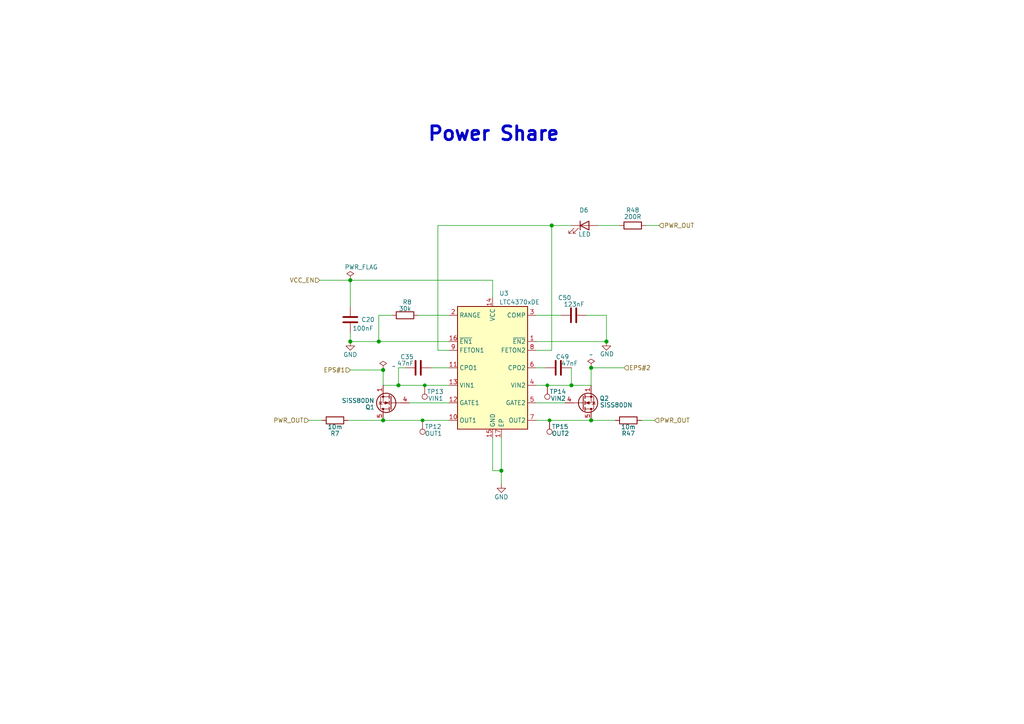
<source format=kicad_sch>
(kicad_sch (version 20211123) (generator eeschema)

  (uuid 2fea3fd4-eca3-456c-acc3-f7ff04372db3)

  (paper "A4")

  (lib_symbols
    (symbol "Connector:TestPoint" (pin_numbers hide) (pin_names (offset 0.762) hide) (in_bom yes) (on_board yes)
      (property "Reference" "TP" (id 0) (at 0 6.858 0)
        (effects (font (size 1.27 1.27)))
      )
      (property "Value" "TestPoint" (id 1) (at 0 5.08 0)
        (effects (font (size 1.27 1.27)))
      )
      (property "Footprint" "" (id 2) (at 5.08 0 0)
        (effects (font (size 1.27 1.27)) hide)
      )
      (property "Datasheet" "~" (id 3) (at 5.08 0 0)
        (effects (font (size 1.27 1.27)) hide)
      )
      (property "ki_keywords" "test point tp" (id 4) (at 0 0 0)
        (effects (font (size 1.27 1.27)) hide)
      )
      (property "ki_description" "test point" (id 5) (at 0 0 0)
        (effects (font (size 1.27 1.27)) hide)
      )
      (property "ki_fp_filters" "Pin* Test*" (id 6) (at 0 0 0)
        (effects (font (size 1.27 1.27)) hide)
      )
      (symbol "TestPoint_0_1"
        (circle (center 0 3.302) (radius 0.762)
          (stroke (width 0) (type default) (color 0 0 0 0))
          (fill (type none))
        )
      )
      (symbol "TestPoint_1_1"
        (pin passive line (at 0 0 90) (length 2.54)
          (name "1" (effects (font (size 1.27 1.27))))
          (number "1" (effects (font (size 1.27 1.27))))
        )
      )
    )
    (symbol "Device:C" (pin_numbers hide) (pin_names (offset 0.254)) (in_bom yes) (on_board yes)
      (property "Reference" "C" (id 0) (at 0.635 2.54 0)
        (effects (font (size 1.27 1.27)) (justify left))
      )
      (property "Value" "C" (id 1) (at 0.635 -2.54 0)
        (effects (font (size 1.27 1.27)) (justify left))
      )
      (property "Footprint" "" (id 2) (at 0.9652 -3.81 0)
        (effects (font (size 1.27 1.27)) hide)
      )
      (property "Datasheet" "~" (id 3) (at 0 0 0)
        (effects (font (size 1.27 1.27)) hide)
      )
      (property "ki_keywords" "cap capacitor" (id 4) (at 0 0 0)
        (effects (font (size 1.27 1.27)) hide)
      )
      (property "ki_description" "Unpolarized capacitor" (id 5) (at 0 0 0)
        (effects (font (size 1.27 1.27)) hide)
      )
      (property "ki_fp_filters" "C_*" (id 6) (at 0 0 0)
        (effects (font (size 1.27 1.27)) hide)
      )
      (symbol "C_0_1"
        (polyline
          (pts
            (xy -2.032 -0.762)
            (xy 2.032 -0.762)
          )
          (stroke (width 0.508) (type default) (color 0 0 0 0))
          (fill (type none))
        )
        (polyline
          (pts
            (xy -2.032 0.762)
            (xy 2.032 0.762)
          )
          (stroke (width 0.508) (type default) (color 0 0 0 0))
          (fill (type none))
        )
      )
      (symbol "C_1_1"
        (pin passive line (at 0 3.81 270) (length 2.794)
          (name "~" (effects (font (size 1.27 1.27))))
          (number "1" (effects (font (size 1.27 1.27))))
        )
        (pin passive line (at 0 -3.81 90) (length 2.794)
          (name "~" (effects (font (size 1.27 1.27))))
          (number "2" (effects (font (size 1.27 1.27))))
        )
      )
    )
    (symbol "Device:LED" (pin_numbers hide) (pin_names (offset 1.016) hide) (in_bom yes) (on_board yes)
      (property "Reference" "D" (id 0) (at 0 2.54 0)
        (effects (font (size 1.27 1.27)))
      )
      (property "Value" "LED" (id 1) (at 0 -2.54 0)
        (effects (font (size 1.27 1.27)))
      )
      (property "Footprint" "" (id 2) (at 0 0 0)
        (effects (font (size 1.27 1.27)) hide)
      )
      (property "Datasheet" "~" (id 3) (at 0 0 0)
        (effects (font (size 1.27 1.27)) hide)
      )
      (property "ki_keywords" "LED diode" (id 4) (at 0 0 0)
        (effects (font (size 1.27 1.27)) hide)
      )
      (property "ki_description" "Light emitting diode" (id 5) (at 0 0 0)
        (effects (font (size 1.27 1.27)) hide)
      )
      (property "ki_fp_filters" "LED* LED_SMD:* LED_THT:*" (id 6) (at 0 0 0)
        (effects (font (size 1.27 1.27)) hide)
      )
      (symbol "LED_0_1"
        (polyline
          (pts
            (xy -1.27 -1.27)
            (xy -1.27 1.27)
          )
          (stroke (width 0.254) (type default) (color 0 0 0 0))
          (fill (type none))
        )
        (polyline
          (pts
            (xy -1.27 0)
            (xy 1.27 0)
          )
          (stroke (width 0) (type default) (color 0 0 0 0))
          (fill (type none))
        )
        (polyline
          (pts
            (xy 1.27 -1.27)
            (xy 1.27 1.27)
            (xy -1.27 0)
            (xy 1.27 -1.27)
          )
          (stroke (width 0.254) (type default) (color 0 0 0 0))
          (fill (type none))
        )
        (polyline
          (pts
            (xy -3.048 -0.762)
            (xy -4.572 -2.286)
            (xy -3.81 -2.286)
            (xy -4.572 -2.286)
            (xy -4.572 -1.524)
          )
          (stroke (width 0) (type default) (color 0 0 0 0))
          (fill (type none))
        )
        (polyline
          (pts
            (xy -1.778 -0.762)
            (xy -3.302 -2.286)
            (xy -2.54 -2.286)
            (xy -3.302 -2.286)
            (xy -3.302 -1.524)
          )
          (stroke (width 0) (type default) (color 0 0 0 0))
          (fill (type none))
        )
      )
      (symbol "LED_1_1"
        (pin passive line (at -3.81 0 0) (length 2.54)
          (name "K" (effects (font (size 1.27 1.27))))
          (number "1" (effects (font (size 1.27 1.27))))
        )
        (pin passive line (at 3.81 0 180) (length 2.54)
          (name "A" (effects (font (size 1.27 1.27))))
          (number "2" (effects (font (size 1.27 1.27))))
        )
      )
    )
    (symbol "Device:R" (pin_numbers hide) (pin_names (offset 0)) (in_bom yes) (on_board yes)
      (property "Reference" "R" (id 0) (at 2.032 0 90)
        (effects (font (size 1.27 1.27)))
      )
      (property "Value" "R" (id 1) (at 0 0 90)
        (effects (font (size 1.27 1.27)))
      )
      (property "Footprint" "" (id 2) (at -1.778 0 90)
        (effects (font (size 1.27 1.27)) hide)
      )
      (property "Datasheet" "~" (id 3) (at 0 0 0)
        (effects (font (size 1.27 1.27)) hide)
      )
      (property "ki_keywords" "R res resistor" (id 4) (at 0 0 0)
        (effects (font (size 1.27 1.27)) hide)
      )
      (property "ki_description" "Resistor" (id 5) (at 0 0 0)
        (effects (font (size 1.27 1.27)) hide)
      )
      (property "ki_fp_filters" "R_*" (id 6) (at 0 0 0)
        (effects (font (size 1.27 1.27)) hide)
      )
      (symbol "R_0_1"
        (rectangle (start -1.016 -2.54) (end 1.016 2.54)
          (stroke (width 0.254) (type default) (color 0 0 0 0))
          (fill (type none))
        )
      )
      (symbol "R_1_1"
        (pin passive line (at 0 3.81 270) (length 1.27)
          (name "~" (effects (font (size 1.27 1.27))))
          (number "1" (effects (font (size 1.27 1.27))))
        )
        (pin passive line (at 0 -3.81 90) (length 1.27)
          (name "~" (effects (font (size 1.27 1.27))))
          (number "2" (effects (font (size 1.27 1.27))))
        )
      )
    )
    (symbol "Power_Management:LTC4370xDE" (in_bom yes) (on_board yes)
      (property "Reference" "U" (id 0) (at -8.89 19.05 0)
        (effects (font (size 1.27 1.27)))
      )
      (property "Value" "LTC4370xDE" (id 1) (at 7.62 19.05 0)
        (effects (font (size 1.27 1.27)))
      )
      (property "Footprint" "Package_DFN_QFN:DFN-16-1EP_3x4mm_P0.45mm_EP1.7x3.3mm" (id 2) (at 0 -22.86 0)
        (effects (font (size 1.27 1.27)) hide)
      )
      (property "Datasheet" "https://www.analog.com/media/en/technical-documentation/data-sheets/4370f.pdf" (id 3) (at 2.54 0 0)
        (effects (font (size 1.27 1.27)) hide)
      )
      (property "ki_keywords" "ideal-diode or-ing current sharing load balancing" (id 4) (at 0 0 0)
        (effects (font (size 1.27 1.27)) hide)
      )
      (property "ki_description" "OR Controller Current Sharing Controller N-Channel 2:1, DFN-16" (id 5) (at 0 0 0)
        (effects (font (size 1.27 1.27)) hide)
      )
      (property "ki_fp_filters" "DFN*1EP*3x4mm*P0.45mm*" (id 6) (at 0 0 0)
        (effects (font (size 1.27 1.27)) hide)
      )
      (symbol "LTC4370xDE_0_1"
        (rectangle (start -10.16 17.78) (end 10.16 -17.78)
          (stroke (width 0.254) (type default) (color 0 0 0 0))
          (fill (type background))
        )
      )
      (symbol "LTC4370xDE_1_1"
        (pin input line (at 12.7 7.62 180) (length 2.54)
          (name "~{EN2}" (effects (font (size 1.27 1.27))))
          (number "1" (effects (font (size 1.27 1.27))))
        )
        (pin input line (at -12.7 -15.24 0) (length 2.54)
          (name "OUT1" (effects (font (size 1.27 1.27))))
          (number "10" (effects (font (size 1.27 1.27))))
        )
        (pin passive line (at -12.7 0 0) (length 2.54)
          (name "CPO1" (effects (font (size 1.27 1.27))))
          (number "11" (effects (font (size 1.27 1.27))))
        )
        (pin output line (at -12.7 -10.16 0) (length 2.54)
          (name "GATE1" (effects (font (size 1.27 1.27))))
          (number "12" (effects (font (size 1.27 1.27))))
        )
        (pin power_in line (at -12.7 -5.08 0) (length 2.54)
          (name "VIN1" (effects (font (size 1.27 1.27))))
          (number "13" (effects (font (size 1.27 1.27))))
        )
        (pin power_in line (at 0 20.32 270) (length 2.54)
          (name "VCC" (effects (font (size 1.27 1.27))))
          (number "14" (effects (font (size 1.27 1.27))))
        )
        (pin power_in line (at 0 -20.32 90) (length 2.54)
          (name "GND" (effects (font (size 1.27 1.27))))
          (number "15" (effects (font (size 1.27 1.27))))
        )
        (pin input line (at -12.7 7.62 0) (length 2.54)
          (name "~{EN1}" (effects (font (size 1.27 1.27))))
          (number "16" (effects (font (size 1.27 1.27))))
        )
        (pin passive line (at 2.54 -20.32 90) (length 2.54)
          (name "EP" (effects (font (size 1.27 1.27))))
          (number "17" (effects (font (size 1.27 1.27))))
        )
        (pin passive line (at -12.7 15.24 0) (length 2.54)
          (name "RANGE" (effects (font (size 1.27 1.27))))
          (number "2" (effects (font (size 1.27 1.27))))
        )
        (pin passive line (at 12.7 15.24 180) (length 2.54)
          (name "COMP" (effects (font (size 1.27 1.27))))
          (number "3" (effects (font (size 1.27 1.27))))
        )
        (pin power_in line (at 12.7 -5.08 180) (length 2.54)
          (name "VIN2" (effects (font (size 1.27 1.27))))
          (number "4" (effects (font (size 1.27 1.27))))
        )
        (pin output line (at 12.7 -10.16 180) (length 2.54)
          (name "GATE2" (effects (font (size 1.27 1.27))))
          (number "5" (effects (font (size 1.27 1.27))))
        )
        (pin passive line (at 12.7 0 180) (length 2.54)
          (name "CPO2" (effects (font (size 1.27 1.27))))
          (number "6" (effects (font (size 1.27 1.27))))
        )
        (pin input line (at 12.7 -15.24 180) (length 2.54)
          (name "OUT2" (effects (font (size 1.27 1.27))))
          (number "7" (effects (font (size 1.27 1.27))))
        )
        (pin open_collector line (at 12.7 5.08 180) (length 2.54)
          (name "FETON2" (effects (font (size 1.27 1.27))))
          (number "8" (effects (font (size 1.27 1.27))))
        )
        (pin open_collector line (at -12.7 5.08 0) (length 2.54)
          (name "FETON1" (effects (font (size 1.27 1.27))))
          (number "9" (effects (font (size 1.27 1.27))))
        )
      )
    )
    (symbol "Transistor_FET:SiS454DN" (pin_names hide) (in_bom yes) (on_board yes)
      (property "Reference" "Q" (id 0) (at 5.08 1.905 0)
        (effects (font (size 1.27 1.27)) (justify left))
      )
      (property "Value" "SiS454DN" (id 1) (at 5.08 0 0)
        (effects (font (size 1.27 1.27)) (justify left))
      )
      (property "Footprint" "Package_SO:Vishay_PowerPAK_1212-8_Single" (id 2) (at 5.08 -1.905 0)
        (effects (font (size 1.27 1.27) italic) (justify left) hide)
      )
      (property "Datasheet" "https://www.vishay.com/docs/66707/sis454dn.pdf" (id 3) (at 0 0 0)
        (effects (font (size 1.27 1.27)) (justify left) hide)
      )
      (property "ki_keywords" "N-Channel MOSFET" (id 4) (at 0 0 0)
        (effects (font (size 1.27 1.27)) hide)
      )
      (property "ki_description" "35A Id, 20V Vds, N-Channel MOSFET, PowerPAK 1212-8 Single" (id 5) (at 0 0 0)
        (effects (font (size 1.27 1.27)) hide)
      )
      (property "ki_fp_filters" "Vishay*PowerPAK*1212*Single*" (id 6) (at 0 0 0)
        (effects (font (size 1.27 1.27)) hide)
      )
      (symbol "SiS454DN_0_1"
        (polyline
          (pts
            (xy 0.254 0)
            (xy -2.54 0)
          )
          (stroke (width 0) (type default) (color 0 0 0 0))
          (fill (type none))
        )
        (polyline
          (pts
            (xy 0.254 1.905)
            (xy 0.254 -1.905)
          )
          (stroke (width 0.254) (type default) (color 0 0 0 0))
          (fill (type none))
        )
        (polyline
          (pts
            (xy 0.762 -1.27)
            (xy 0.762 -2.286)
          )
          (stroke (width 0.254) (type default) (color 0 0 0 0))
          (fill (type none))
        )
        (polyline
          (pts
            (xy 0.762 0.508)
            (xy 0.762 -0.508)
          )
          (stroke (width 0.254) (type default) (color 0 0 0 0))
          (fill (type none))
        )
        (polyline
          (pts
            (xy 0.762 2.286)
            (xy 0.762 1.27)
          )
          (stroke (width 0.254) (type default) (color 0 0 0 0))
          (fill (type none))
        )
        (polyline
          (pts
            (xy 2.54 2.54)
            (xy 2.54 1.778)
          )
          (stroke (width 0) (type default) (color 0 0 0 0))
          (fill (type none))
        )
        (polyline
          (pts
            (xy 2.54 -2.54)
            (xy 2.54 0)
            (xy 0.762 0)
          )
          (stroke (width 0) (type default) (color 0 0 0 0))
          (fill (type none))
        )
        (polyline
          (pts
            (xy 0.762 -1.778)
            (xy 3.302 -1.778)
            (xy 3.302 1.778)
            (xy 0.762 1.778)
          )
          (stroke (width 0) (type default) (color 0 0 0 0))
          (fill (type none))
        )
        (polyline
          (pts
            (xy 1.016 0)
            (xy 2.032 0.381)
            (xy 2.032 -0.381)
            (xy 1.016 0)
          )
          (stroke (width 0) (type default) (color 0 0 0 0))
          (fill (type outline))
        )
        (polyline
          (pts
            (xy 2.794 0.508)
            (xy 2.921 0.381)
            (xy 3.683 0.381)
            (xy 3.81 0.254)
          )
          (stroke (width 0) (type default) (color 0 0 0 0))
          (fill (type none))
        )
        (polyline
          (pts
            (xy 3.302 0.381)
            (xy 2.921 -0.254)
            (xy 3.683 -0.254)
            (xy 3.302 0.381)
          )
          (stroke (width 0) (type default) (color 0 0 0 0))
          (fill (type none))
        )
        (circle (center 1.651 0) (radius 2.794)
          (stroke (width 0.254) (type default) (color 0 0 0 0))
          (fill (type none))
        )
        (circle (center 2.54 -1.778) (radius 0.254)
          (stroke (width 0) (type default) (color 0 0 0 0))
          (fill (type outline))
        )
        (circle (center 2.54 1.778) (radius 0.254)
          (stroke (width 0) (type default) (color 0 0 0 0))
          (fill (type outline))
        )
      )
      (symbol "SiS454DN_1_1"
        (pin passive line (at 2.54 -5.08 90) (length 2.54)
          (name "S" (effects (font (size 1.27 1.27))))
          (number "1" (effects (font (size 1.27 1.27))))
        )
        (pin passive line (at 2.54 -5.08 90) (length 2.54) hide
          (name "S" (effects (font (size 1.27 1.27))))
          (number "2" (effects (font (size 1.27 1.27))))
        )
        (pin passive line (at 2.54 -5.08 90) (length 2.54) hide
          (name "S" (effects (font (size 1.27 1.27))))
          (number "3" (effects (font (size 1.27 1.27))))
        )
        (pin input line (at -5.08 0 0) (length 2.54)
          (name "G" (effects (font (size 1.27 1.27))))
          (number "4" (effects (font (size 1.27 1.27))))
        )
        (pin passive line (at 2.54 5.08 270) (length 2.54)
          (name "D" (effects (font (size 1.27 1.27))))
          (number "5" (effects (font (size 1.27 1.27))))
        )
      )
    )
    (symbol "power:GND" (power) (pin_names (offset 0)) (in_bom yes) (on_board yes)
      (property "Reference" "#PWR" (id 0) (at 0 -6.35 0)
        (effects (font (size 1.27 1.27)) hide)
      )
      (property "Value" "GND" (id 1) (at 0 -3.81 0)
        (effects (font (size 1.27 1.27)))
      )
      (property "Footprint" "" (id 2) (at 0 0 0)
        (effects (font (size 1.27 1.27)) hide)
      )
      (property "Datasheet" "" (id 3) (at 0 0 0)
        (effects (font (size 1.27 1.27)) hide)
      )
      (property "ki_keywords" "power-flag" (id 4) (at 0 0 0)
        (effects (font (size 1.27 1.27)) hide)
      )
      (property "ki_description" "Power symbol creates a global label with name \"GND\" , ground" (id 5) (at 0 0 0)
        (effects (font (size 1.27 1.27)) hide)
      )
      (symbol "GND_0_1"
        (polyline
          (pts
            (xy 0 0)
            (xy 0 -1.27)
            (xy 1.27 -1.27)
            (xy 0 -2.54)
            (xy -1.27 -1.27)
            (xy 0 -1.27)
          )
          (stroke (width 0) (type default) (color 0 0 0 0))
          (fill (type none))
        )
      )
      (symbol "GND_1_1"
        (pin power_in line (at 0 0 270) (length 0) hide
          (name "GND" (effects (font (size 1.27 1.27))))
          (number "1" (effects (font (size 1.27 1.27))))
        )
      )
    )
    (symbol "power:PWR_FLAG" (power) (pin_numbers hide) (pin_names (offset 0) hide) (in_bom yes) (on_board yes)
      (property "Reference" "#FLG" (id 0) (at 0 1.905 0)
        (effects (font (size 1.27 1.27)) hide)
      )
      (property "Value" "PWR_FLAG" (id 1) (at 0 3.81 0)
        (effects (font (size 1.27 1.27)))
      )
      (property "Footprint" "" (id 2) (at 0 0 0)
        (effects (font (size 1.27 1.27)) hide)
      )
      (property "Datasheet" "~" (id 3) (at 0 0 0)
        (effects (font (size 1.27 1.27)) hide)
      )
      (property "ki_keywords" "power-flag" (id 4) (at 0 0 0)
        (effects (font (size 1.27 1.27)) hide)
      )
      (property "ki_description" "Special symbol for telling ERC where power comes from" (id 5) (at 0 0 0)
        (effects (font (size 1.27 1.27)) hide)
      )
      (symbol "PWR_FLAG_0_0"
        (pin power_out line (at 0 0 90) (length 0)
          (name "pwr" (effects (font (size 1.27 1.27))))
          (number "1" (effects (font (size 1.27 1.27))))
        )
      )
      (symbol "PWR_FLAG_0_1"
        (polyline
          (pts
            (xy 0 0)
            (xy 0 1.27)
            (xy -1.016 1.905)
            (xy 0 2.54)
            (xy 1.016 1.905)
            (xy 0 1.27)
          )
          (stroke (width 0) (type default) (color 0 0 0 0))
          (fill (type none))
        )
      )
    )
  )

  (junction (at 159.385 121.92) (diameter 0) (color 0 0 0 0)
    (uuid 08278bf4-f6e9-44ff-9adf-6e32e38a8a34)
  )
  (junction (at 101.6 99.06) (diameter 1.016) (color 0 0 0 0)
    (uuid 17ae423f-6f17-4fd2-aea5-d3d8c77fc776)
  )
  (junction (at 111.125 121.92) (diameter 1.016) (color 0 0 0 0)
    (uuid 1865e3cc-eab3-47af-9960-88cfba1e9259)
  )
  (junction (at 115.57 111.76) (diameter 1.016) (color 0 0 0 0)
    (uuid 557bb52d-e17c-47df-b43b-bdb1b2282920)
  )
  (junction (at 111.125 107.315) (diameter 1.016) (color 0 0 0 0)
    (uuid 7b5f62e2-70ca-4758-b159-c85e71374ff8)
  )
  (junction (at 109.855 99.06) (diameter 1.016) (color 0 0 0 0)
    (uuid 7e9e8112-44fc-4216-ac01-88d07c366d80)
  )
  (junction (at 158.75 111.76) (diameter 0) (color 0 0 0 0)
    (uuid b226a041-a7ec-42f9-8871-339a0bba8fd1)
  )
  (junction (at 123.19 111.76) (diameter 0) (color 0 0 0 0)
    (uuid bf81f6e2-ffb3-4e72-80b1-c468caaf1da9)
  )
  (junction (at 171.45 106.68) (diameter 1.016) (color 0 0 0 0)
    (uuid c1138cb6-aa60-4fae-9b51-8c58b8d505bb)
  )
  (junction (at 122.555 121.92) (diameter 0) (color 0 0 0 0)
    (uuid c7efea67-c5c9-4d4c-a7dc-1bcddab8c606)
  )
  (junction (at 101.6 81.28) (diameter 1.016) (color 0 0 0 0)
    (uuid cba8ab97-0377-43bd-bef7-6314ce99d4ae)
  )
  (junction (at 145.415 136.525) (diameter 1.016) (color 0 0 0 0)
    (uuid ce052e62-9895-4eaf-b763-02bb1f2f2fc0)
  )
  (junction (at 175.895 99.06) (diameter 1.016) (color 0 0 0 0)
    (uuid d4cd87e2-b977-4912-8c02-b958c3339182)
  )
  (junction (at 165.735 111.76) (diameter 1.016) (color 0 0 0 0)
    (uuid e2cf0e60-d46d-43a0-8c43-11f95b75bd32)
  )
  (junction (at 160.02 65.405) (diameter 1.016) (color 0 0 0 0)
    (uuid eacb8113-e0ce-4580-bfb3-1a131027d34b)
  )
  (junction (at 171.45 121.92) (diameter 1.016) (color 0 0 0 0)
    (uuid f3ba663e-8563-4c48-a8cc-72c18d8d96e8)
  )

  (wire (pts (xy 122.555 121.92) (xy 130.175 121.92))
    (stroke (width 0) (type solid) (color 0 0 0 0))
    (uuid 11acf68e-b267-4635-86b8-6f03c2c91aff)
  )
  (wire (pts (xy 101.6 96.52) (xy 101.6 99.06))
    (stroke (width 0) (type solid) (color 0 0 0 0))
    (uuid 15300c78-cac1-4acf-a248-1aea9c2f046d)
  )
  (wire (pts (xy 159.385 121.92) (xy 171.45 121.92))
    (stroke (width 0) (type solid) (color 0 0 0 0))
    (uuid 2a66cc3a-c090-4ce0-a61f-f7e30ae6a985)
  )
  (wire (pts (xy 155.575 106.68) (xy 158.115 106.68))
    (stroke (width 0) (type solid) (color 0 0 0 0))
    (uuid 321c3fc1-b22a-4f81-8032-1403298881b3)
  )
  (wire (pts (xy 165.735 106.68) (xy 165.735 111.76))
    (stroke (width 0) (type solid) (color 0 0 0 0))
    (uuid 358ae2b4-d39f-4313-8e8c-470a49c25681)
  )
  (wire (pts (xy 145.415 127) (xy 145.415 136.525))
    (stroke (width 0) (type solid) (color 0 0 0 0))
    (uuid 3a1f31d4-33bc-4227-ab03-87b9ec2cbe94)
  )
  (wire (pts (xy 145.415 136.525) (xy 145.415 140.335))
    (stroke (width 0) (type solid) (color 0 0 0 0))
    (uuid 3a1f31d4-33bc-4227-ab03-87b9ec2cbe95)
  )
  (wire (pts (xy 142.875 127) (xy 142.875 136.525))
    (stroke (width 0) (type solid) (color 0 0 0 0))
    (uuid 3b4a9caa-dc7b-4e2e-b2b0-90e7a81fe3fb)
  )
  (wire (pts (xy 115.57 106.68) (xy 115.57 111.76))
    (stroke (width 0) (type solid) (color 0 0 0 0))
    (uuid 43a23b2b-f932-4397-9c49-6a5c30c97413)
  )
  (wire (pts (xy 123.19 111.76) (xy 130.175 111.76))
    (stroke (width 0) (type solid) (color 0 0 0 0))
    (uuid 4d271c30-63f0-4082-8f97-4aaca832b92e)
  )
  (wire (pts (xy 127 101.6) (xy 127 65.405))
    (stroke (width 0) (type solid) (color 0 0 0 0))
    (uuid 5a5180e7-058f-4bb5-b0b4-ba1588e8a909)
  )
  (wire (pts (xy 130.175 101.6) (xy 127 101.6))
    (stroke (width 0) (type solid) (color 0 0 0 0))
    (uuid 5a5180e7-058f-4bb5-b0b4-ba1588e8a90a)
  )
  (wire (pts (xy 100.965 121.92) (xy 111.125 121.92))
    (stroke (width 0) (type solid) (color 0 0 0 0))
    (uuid 5c6c1697-d2e0-4a82-99b3-7a618c8827c3)
  )
  (wire (pts (xy 111.125 121.92) (xy 122.555 121.92))
    (stroke (width 0) (type solid) (color 0 0 0 0))
    (uuid 5c6c1697-d2e0-4a82-99b3-7a618c8827c4)
  )
  (wire (pts (xy 155.575 91.44) (xy 162.56 91.44))
    (stroke (width 0) (type solid) (color 0 0 0 0))
    (uuid 5daf77da-b4e9-4deb-a921-8bcf8f87a599)
  )
  (wire (pts (xy 173.355 65.405) (xy 179.705 65.405))
    (stroke (width 0) (type solid) (color 0 0 0 0))
    (uuid 5f7b8b2a-566c-49be-a5f6-0f2ec6835f49)
  )
  (wire (pts (xy 125.095 106.68) (xy 130.175 106.68))
    (stroke (width 0) (type solid) (color 0 0 0 0))
    (uuid 6e5cbb8d-b7f7-4819-b76c-658f0b1d3cfd)
  )
  (wire (pts (xy 101.6 81.28) (xy 142.875 81.28))
    (stroke (width 0) (type solid) (color 0 0 0 0))
    (uuid 82d80e64-058a-4fbe-bd4a-161d76b6630c)
  )
  (wire (pts (xy 101.6 88.9) (xy 101.6 81.28))
    (stroke (width 0) (type solid) (color 0 0 0 0))
    (uuid 82d80e64-058a-4fbe-bd4a-161d76b6630d)
  )
  (wire (pts (xy 186.055 121.92) (xy 189.865 121.92))
    (stroke (width 0) (type solid) (color 0 0 0 0))
    (uuid 8ef31014-c534-4826-8fee-a20c34bc77de)
  )
  (wire (pts (xy 165.735 65.405) (xy 160.02 65.405))
    (stroke (width 0) (type solid) (color 0 0 0 0))
    (uuid 9353fa21-7e96-4086-b175-fb2a1e911709)
  )
  (wire (pts (xy 121.285 91.44) (xy 130.175 91.44))
    (stroke (width 0) (type solid) (color 0 0 0 0))
    (uuid 93863061-216d-41c3-9afc-e391c40acd06)
  )
  (wire (pts (xy 180.975 106.68) (xy 171.45 106.68))
    (stroke (width 0) (type solid) (color 0 0 0 0))
    (uuid 99755dbb-9003-4bba-893a-d14708584fcf)
  )
  (wire (pts (xy 101.6 99.06) (xy 109.855 99.06))
    (stroke (width 0) (type solid) (color 0 0 0 0))
    (uuid 9979c2aa-e757-491a-8c78-340bc08424f0)
  )
  (wire (pts (xy 142.875 136.525) (xy 145.415 136.525))
    (stroke (width 0) (type solid) (color 0 0 0 0))
    (uuid 9d76852f-8a6b-42ef-a9dc-e7e4f3b042cb)
  )
  (wire (pts (xy 109.855 91.44) (xy 109.855 99.06))
    (stroke (width 0) (type solid) (color 0 0 0 0))
    (uuid a37118e8-d843-457a-a79f-f277e827b176)
  )
  (wire (pts (xy 109.855 99.06) (xy 130.175 99.06))
    (stroke (width 0) (type solid) (color 0 0 0 0))
    (uuid a37118e8-d843-457a-a79f-f277e827b177)
  )
  (wire (pts (xy 113.665 91.44) (xy 109.855 91.44))
    (stroke (width 0) (type solid) (color 0 0 0 0))
    (uuid a37118e8-d843-457a-a79f-f277e827b178)
  )
  (wire (pts (xy 187.325 65.405) (xy 191.135 65.405))
    (stroke (width 0) (type solid) (color 0 0 0 0))
    (uuid ab05231b-ad2a-4d83-a20f-22d728d44de6)
  )
  (wire (pts (xy 111.125 107.315) (xy 111.125 111.76))
    (stroke (width 0) (type solid) (color 0 0 0 0))
    (uuid acf55831-8b38-46a4-8c4a-0d417568a7d8)
  )
  (wire (pts (xy 142.875 86.36) (xy 142.875 81.28))
    (stroke (width 0) (type solid) (color 0 0 0 0))
    (uuid b14f2a9a-d3bb-4e86-b583-08285da827ee)
  )
  (wire (pts (xy 155.575 99.06) (xy 175.895 99.06))
    (stroke (width 0) (type solid) (color 0 0 0 0))
    (uuid b292fb52-6cf0-46cc-9b93-016425ff7080)
  )
  (wire (pts (xy 117.475 106.68) (xy 115.57 106.68))
    (stroke (width 0) (type solid) (color 0 0 0 0))
    (uuid b2ca5036-395e-44a5-ad45-e3edad20198a)
  )
  (wire (pts (xy 118.745 116.84) (xy 130.175 116.84))
    (stroke (width 0) (type solid) (color 0 0 0 0))
    (uuid bd949ea8-5a40-473d-be33-cfbdfe83f36f)
  )
  (wire (pts (xy 170.18 91.44) (xy 175.895 91.44))
    (stroke (width 0) (type solid) (color 0 0 0 0))
    (uuid c3eae586-c7fc-4357-acc6-9fa53de3fa71)
  )
  (wire (pts (xy 175.895 91.44) (xy 175.895 99.06))
    (stroke (width 0) (type solid) (color 0 0 0 0))
    (uuid c3eae586-c7fc-4357-acc6-9fa53de3fa72)
  )
  (wire (pts (xy 101.6 107.315) (xy 111.125 107.315))
    (stroke (width 0) (type solid) (color 0 0 0 0))
    (uuid c50d297c-c1bd-405c-8309-919ea05d2f65)
  )
  (wire (pts (xy 93.345 121.92) (xy 89.535 121.92))
    (stroke (width 0) (type solid) (color 0 0 0 0))
    (uuid c54615ad-d7cf-4160-92f4-49ea5a14b8f6)
  )
  (wire (pts (xy 111.125 111.76) (xy 115.57 111.76))
    (stroke (width 0) (type solid) (color 0 0 0 0))
    (uuid d7ab8398-447c-43b1-b3bc-83ace0a24285)
  )
  (wire (pts (xy 115.57 111.76) (xy 123.19 111.76))
    (stroke (width 0) (type solid) (color 0 0 0 0))
    (uuid d7ab8398-447c-43b1-b3bc-83ace0a24286)
  )
  (wire (pts (xy 155.575 101.6) (xy 160.02 101.6))
    (stroke (width 0) (type solid) (color 0 0 0 0))
    (uuid db0662e3-a04a-464a-8087-6a6fd89d6467)
  )
  (wire (pts (xy 160.02 65.405) (xy 127 65.405))
    (stroke (width 0) (type solid) (color 0 0 0 0))
    (uuid db0662e3-a04a-464a-8087-6a6fd89d6468)
  )
  (wire (pts (xy 160.02 101.6) (xy 160.02 65.405))
    (stroke (width 0) (type solid) (color 0 0 0 0))
    (uuid db0662e3-a04a-464a-8087-6a6fd89d6469)
  )
  (wire (pts (xy 155.575 111.76) (xy 158.75 111.76))
    (stroke (width 0) (type solid) (color 0 0 0 0))
    (uuid e002972f-c1db-4644-85c4-55672037a657)
  )
  (wire (pts (xy 165.735 111.76) (xy 171.45 111.76))
    (stroke (width 0) (type solid) (color 0 0 0 0))
    (uuid e002972f-c1db-4644-85c4-55672037a658)
  )
  (wire (pts (xy 92.71 81.28) (xy 101.6 81.28))
    (stroke (width 0) (type solid) (color 0 0 0 0))
    (uuid e34d454f-c60d-42a3-a151-2103ea267148)
  )
  (wire (pts (xy 171.45 106.68) (xy 171.45 111.76))
    (stroke (width 0) (type solid) (color 0 0 0 0))
    (uuid ebc26132-88d1-40c0-abf8-0cd245ef422b)
  )
  (wire (pts (xy 155.575 116.84) (xy 163.83 116.84))
    (stroke (width 0) (type solid) (color 0 0 0 0))
    (uuid ed4495a5-66e2-48b5-9929-b91130bf244e)
  )
  (wire (pts (xy 155.575 121.92) (xy 159.385 121.92))
    (stroke (width 0) (type solid) (color 0 0 0 0))
    (uuid fa55f18e-7f67-4861-bd6e-e6bb153ea2cb)
  )
  (wire (pts (xy 171.45 121.92) (xy 178.435 121.92))
    (stroke (width 0) (type solid) (color 0 0 0 0))
    (uuid fa55f18e-7f67-4861-bd6e-e6bb153ea2cc)
  )
  (wire (pts (xy 158.75 111.76) (xy 165.735 111.76))
    (stroke (width 0) (type solid) (color 0 0 0 0))
    (uuid fcb4d5e4-47ec-4be4-9a81-c261c8e6d062)
  )

  (text "Power Share" (at 123.825 41.275 0)
    (effects (font (size 4 4) (thickness 0.8) bold) (justify left bottom))
    (uuid f12f9177-daaa-4d26-9876-f2af60b27492)
  )

  (hierarchical_label "VCC_EN" (shape input) (at 92.71 81.28 180)
    (effects (font (size 1.27 1.27)) (justify right))
    (uuid 01531d62-ea5b-4514-b251-4e14eb2294a5)
  )
  (hierarchical_label "PWR_OUT" (shape input) (at 89.535 121.92 180)
    (effects (font (size 1.27 1.27)) (justify right))
    (uuid 32f2ea97-3b5d-4b13-b59c-d470bb5f701e)
  )
  (hierarchical_label "PWR_OUT" (shape input) (at 189.865 121.92 0)
    (effects (font (size 1.27 1.27)) (justify left))
    (uuid 42b803df-e3e3-47f1-abf1-d1243ccbb9e2)
  )
  (hierarchical_label "PWR_OUT" (shape input) (at 191.135 65.405 0)
    (effects (font (size 1.27 1.27)) (justify left))
    (uuid b609a8d0-0802-4762-9183-f4da6101cc9b)
  )
  (hierarchical_label "EPS#2" (shape input) (at 180.975 106.68 0)
    (effects (font (size 1.27 1.27)) (justify left))
    (uuid c46bc12c-424d-421c-b02f-6d8c1cbb65c2)
  )
  (hierarchical_label "EPS#1" (shape input) (at 101.6 107.315 180)
    (effects (font (size 1.27 1.27)) (justify right))
    (uuid d92476d0-9759-4944-99bd-7c11a2528abb)
  )

  (symbol (lib_id "Transistor_FET:SiS454DN") (at 113.665 116.84 180)
    (in_bom yes) (on_board yes)
    (uuid 1231c43f-14ca-47cc-9675-e5654a66914e)
    (property "Reference" "Q1" (id 0) (at 107.315 118.11 0))
    (property "Value" "SiSS80DN" (id 1) (at 108.585 116.205 0)
      (effects (font (size 1.27 1.27)) (justify left))
    )
    (property "Footprint" "Package_SO:Vishay_PowerPAK_1212-8_Single" (id 2) (at 108.585 114.935 0)
      (effects (font (size 1.27 1.27) italic) (justify left) hide)
    )
    (property "Datasheet" "https://www.vishay.com/docs/66707/sis454dn.pdf" (id 3) (at 113.665 116.84 0)
      (effects (font (size 1.27 1.27)) (justify left) hide)
    )
    (pin "1" (uuid 44bc5832-053e-418c-881c-29fee48e7b81))
    (pin "2" (uuid b9eb8bdd-2d5e-43b5-a1d2-7234d0e22a48))
    (pin "3" (uuid a143eee7-36e4-4513-899e-68801f936d74))
    (pin "4" (uuid bbd01e7b-2b1f-405e-863c-19a7db076e73))
    (pin "5" (uuid 435bbab1-1502-405d-a6dd-79d0841cd662))
  )

  (symbol (lib_id "Transistor_FET:SiS454DN") (at 168.91 116.84 0) (mirror x)
    (in_bom yes) (on_board yes)
    (uuid 17ddf7e8-eb96-4a18-9066-e11ac3a15cf4)
    (property "Reference" "Q2" (id 0) (at 175.26 115.57 0))
    (property "Value" "SiSS80DN" (id 1) (at 173.99 117.475 0)
      (effects (font (size 1.27 1.27)) (justify left))
    )
    (property "Footprint" "Package_SO:Vishay_PowerPAK_1212-8_Single" (id 2) (at 173.99 114.935 0)
      (effects (font (size 1.27 1.27) italic) (justify left) hide)
    )
    (property "Datasheet" "https://www.vishay.com/docs/66707/sis454dn.pdf" (id 3) (at 168.91 116.84 0)
      (effects (font (size 1.27 1.27)) (justify left) hide)
    )
    (pin "1" (uuid 8b2905cd-6fb7-4442-8990-2741199458cd))
    (pin "2" (uuid b5569d73-0f9c-4a4a-8516-d05cc00134d6))
    (pin "3" (uuid 05c9a1d7-5317-495d-8a84-66f86a0501b0))
    (pin "4" (uuid 4fb88fa6-a5b9-4ef9-9e4a-079336b252de))
    (pin "5" (uuid b2606725-5817-4b4f-bbb6-aef61bc922d2))
  )

  (symbol (lib_id "Device:R") (at 117.475 91.44 90)
    (in_bom yes) (on_board yes)
    (uuid 192c29fe-4174-40bd-a33c-5a56fe839628)
    (property "Reference" "R8" (id 0) (at 118.11 87.63 90))
    (property "Value" "30k" (id 1) (at 117.475 89.535 90))
    (property "Footprint" "Resistor_SMD:R_0603_1608Metric" (id 2) (at 117.475 93.218 90)
      (effects (font (size 1.27 1.27)) hide)
    )
    (property "Datasheet" "~" (id 3) (at 117.475 91.44 0)
      (effects (font (size 1.27 1.27)) hide)
    )
    (pin "1" (uuid 8725755b-f694-4a2f-887b-6a2d2309295f))
    (pin "2" (uuid 2982ebac-034f-4118-a272-f8166ed73bfc))
  )

  (symbol (lib_id "Device:C") (at 166.37 91.44 90)
    (in_bom yes) (on_board yes)
    (uuid 1a676e0a-4012-4c1c-9ef1-562c2faae053)
    (property "Reference" "C50" (id 0) (at 165.7349 86.36 90)
      (effects (font (size 1.27 1.27)) (justify left))
    )
    (property "Value" "123nF" (id 1) (at 169.545 88.265 90)
      (effects (font (size 1.27 1.27)) (justify left))
    )
    (property "Footprint" "Capacitor_SMD:C_0603_1608Metric" (id 2) (at 170.18 90.4748 0)
      (effects (font (size 1.27 1.27)) hide)
    )
    (property "Datasheet" "~" (id 3) (at 166.37 91.44 0)
      (effects (font (size 1.27 1.27)) hide)
    )
    (pin "1" (uuid 569428b6-6b89-453c-a7e3-00a314ffeb05))
    (pin "2" (uuid c01e21ae-a884-45e9-b1c4-c6b9c91c8ef1))
  )

  (symbol (lib_id "Connector:TestPoint") (at 159.385 121.92 180)
    (in_bom yes) (on_board yes)
    (uuid 304f25fe-e38d-4377-b8f1-26289354f05c)
    (property "Reference" "TP15" (id 0) (at 160.02 123.7614 0)
      (effects (font (size 1.27 1.27)) (justify right))
    )
    (property "Value" "OUT2" (id 1) (at 162.56 125.73 0))
    (property "Footprint" "TCY_Connector:TestPoint_Pad_D0.5mm" (id 2) (at 154.305 121.92 0)
      (effects (font (size 1.27 1.27)) hide)
    )
    (property "Datasheet" "~" (id 3) (at 154.305 121.92 0)
      (effects (font (size 1.27 1.27)) hide)
    )
    (pin "1" (uuid 358414db-7f31-4504-a43d-29c53be1cc33))
  )

  (symbol (lib_id "Device:C") (at 101.6 92.71 0)
    (in_bom yes) (on_board yes)
    (uuid 3ae5819c-1841-4d9f-b404-6f1058ae3a5f)
    (property "Reference" "C20" (id 0) (at 104.775 92.7099 0)
      (effects (font (size 1.27 1.27)) (justify left))
    )
    (property "Value" "100nF" (id 1) (at 102.235 95.25 0)
      (effects (font (size 1.27 1.27)) (justify left))
    )
    (property "Footprint" "Capacitor_SMD:C_0603_1608Metric" (id 2) (at 102.5652 96.52 0)
      (effects (font (size 1.27 1.27)) hide)
    )
    (property "Datasheet" "~" (id 3) (at 101.6 92.71 0)
      (effects (font (size 1.27 1.27)) hide)
    )
    (pin "1" (uuid e9c5edea-5a0a-4745-9e80-06955b088c82))
    (pin "2" (uuid db4e97fb-f3bf-47e9-8d69-566d33c4b080))
  )

  (symbol (lib_id "Device:R") (at 183.515 65.405 90)
    (in_bom yes) (on_board yes)
    (uuid 441d5e74-e8de-413e-8e56-906f5a5e6c53)
    (property "Reference" "R48" (id 0) (at 183.515 60.96 90))
    (property "Value" "200R" (id 1) (at 183.515 62.865 90))
    (property "Footprint" "Inductor_SMD:L_0603_1608Metric" (id 2) (at 183.515 67.183 90)
      (effects (font (size 1.27 1.27)) hide)
    )
    (property "Datasheet" "~" (id 3) (at 183.515 65.405 0)
      (effects (font (size 1.27 1.27)) hide)
    )
    (pin "1" (uuid 44acb54c-aef3-4955-9bfb-226f108adaca))
    (pin "2" (uuid 290d39a1-878e-4b3a-b8a2-66f72bdaf90c))
  )

  (symbol (lib_id "Connector:TestPoint") (at 122.555 121.92 180)
    (in_bom yes) (on_board yes)
    (uuid 4be1be59-191f-4e68-88ec-9dc9ef6dd51c)
    (property "Reference" "TP12" (id 0) (at 123.19 123.7614 0)
      (effects (font (size 1.27 1.27)) (justify right))
    )
    (property "Value" "OUT1" (id 1) (at 125.73 125.73 0))
    (property "Footprint" "TCY_Connector:TestPoint_Pad_D0.5mm" (id 2) (at 117.475 121.92 0)
      (effects (font (size 1.27 1.27)) hide)
    )
    (property "Datasheet" "~" (id 3) (at 117.475 121.92 0)
      (effects (font (size 1.27 1.27)) hide)
    )
    (pin "1" (uuid f14bb4ef-adf9-49ab-b66a-2279de964e58))
  )

  (symbol (lib_id "power:GND") (at 101.6 99.06 0)
    (in_bom yes) (on_board yes) (fields_autoplaced)
    (uuid 53e26ade-bd9c-4446-97fa-2670d06dcf2a)
    (property "Reference" "#PWR0196" (id 0) (at 101.6 105.41 0)
      (effects (font (size 1.27 1.27)) hide)
    )
    (property "Value" "GND" (id 1) (at 101.6 102.87 0))
    (property "Footprint" "" (id 2) (at 101.6 99.06 0)
      (effects (font (size 1.27 1.27)) hide)
    )
    (property "Datasheet" "" (id 3) (at 101.6 99.06 0)
      (effects (font (size 1.27 1.27)) hide)
    )
    (pin "1" (uuid 301e46f8-986b-4ee7-a186-8a726ddb27d6))
  )

  (symbol (lib_id "power:PWR_FLAG") (at 101.6 81.28 0)
    (in_bom yes) (on_board yes)
    (uuid 71b2073a-7077-427a-8045-1bf51c525599)
    (property "Reference" "#FLG0111" (id 0) (at 101.6 79.375 0)
      (effects (font (size 1.27 1.27)) hide)
    )
    (property "Value" "PWR_FLAG" (id 1) (at 104.775 77.47 0))
    (property "Footprint" "" (id 2) (at 101.6 81.28 0)
      (effects (font (size 1.27 1.27)) hide)
    )
    (property "Datasheet" "~" (id 3) (at 101.6 81.28 0)
      (effects (font (size 1.27 1.27)) hide)
    )
    (pin "1" (uuid 4a86ef53-4bf3-4943-b88b-4adc3c065b6a))
  )

  (symbol (lib_id "Device:R") (at 97.155 121.92 90)
    (in_bom yes) (on_board yes)
    (uuid 7668c40f-9ef7-464e-ae85-6d281af3ee93)
    (property "Reference" "R7" (id 0) (at 97.155 125.73 90))
    (property "Value" "10m" (id 1) (at 97.155 123.825 90))
    (property "Footprint" "Resistor_SMD:R_0603_1608Metric" (id 2) (at 97.155 123.698 90)
      (effects (font (size 1.27 1.27)) hide)
    )
    (property "Datasheet" "~" (id 3) (at 97.155 121.92 0)
      (effects (font (size 1.27 1.27)) hide)
    )
    (pin "1" (uuid fa5be791-d545-47c7-a098-6d6be824a2d2))
    (pin "2" (uuid e2e30088-4507-4117-b87a-0702e7155cbd))
  )

  (symbol (lib_id "Device:C") (at 161.925 106.68 90)
    (in_bom yes) (on_board yes)
    (uuid 79928b8a-8bc5-48fe-8c09-b41a51726282)
    (property "Reference" "C49" (id 0) (at 165.0999 103.505 90)
      (effects (font (size 1.27 1.27)) (justify left))
    )
    (property "Value" "47nF" (id 1) (at 167.64 105.41 90)
      (effects (font (size 1.27 1.27)) (justify left))
    )
    (property "Footprint" "Capacitor_SMD:C_0603_1608Metric" (id 2) (at 165.735 105.7148 0)
      (effects (font (size 1.27 1.27)) hide)
    )
    (property "Datasheet" "~" (id 3) (at 161.925 106.68 0)
      (effects (font (size 1.27 1.27)) hide)
    )
    (pin "1" (uuid da5518c0-b9ae-4414-8e48-cfa4dc548d29))
    (pin "2" (uuid 59762512-e44e-43ba-9f24-0a9361736925))
  )

  (symbol (lib_id "power:GND") (at 175.895 99.06 0)
    (in_bom yes) (on_board yes)
    (uuid 92aa3ac5-461e-4a43-803d-9ee73ccf5438)
    (property "Reference" "#PWR0198" (id 0) (at 175.895 105.41 0)
      (effects (font (size 1.27 1.27)) hide)
    )
    (property "Value" "GND" (id 1) (at 173.99 102.6794 0)
      (effects (font (size 1.27 1.27)) (justify left))
    )
    (property "Footprint" "" (id 2) (at 175.895 99.06 0)
      (effects (font (size 1.27 1.27)) hide)
    )
    (property "Datasheet" "" (id 3) (at 175.895 99.06 0)
      (effects (font (size 1.27 1.27)) hide)
    )
    (pin "1" (uuid a5fc5832-38e9-4307-adff-d71be9d1e614))
  )

  (symbol (lib_id "power:PWR_FLAG") (at 111.125 107.315 0)
    (in_bom yes) (on_board yes) (fields_autoplaced)
    (uuid 9e489abf-02a5-4f2c-b016-3c37c8428006)
    (property "Reference" "#FLG0110" (id 0) (at 111.125 105.41 0)
      (effects (font (size 1.27 1.27)) hide)
    )
    (property "Value" "~" (id 1) (at 113.665 106.2354 0)
      (effects (font (size 1.27 1.27)) (justify left))
    )
    (property "Footprint" "" (id 2) (at 111.125 107.315 0)
      (effects (font (size 1.27 1.27)) hide)
    )
    (property "Datasheet" "~" (id 3) (at 111.125 107.315 0)
      (effects (font (size 1.27 1.27)) hide)
    )
    (pin "1" (uuid 3fd19c28-e650-4421-8314-c2a0e3c79d84))
  )

  (symbol (lib_id "Device:R") (at 182.245 121.92 270)
    (in_bom yes) (on_board yes)
    (uuid b52e8e8e-da58-4f75-bc39-6f4fede7a32c)
    (property "Reference" "R47" (id 0) (at 182.245 125.73 90))
    (property "Value" "10m" (id 1) (at 182.245 123.825 90))
    (property "Footprint" "Resistor_SMD:R_0603_1608Metric" (id 2) (at 182.245 120.142 90)
      (effects (font (size 1.27 1.27)) hide)
    )
    (property "Datasheet" "~" (id 3) (at 182.245 121.92 0)
      (effects (font (size 1.27 1.27)) hide)
    )
    (pin "1" (uuid 94592f66-6160-443d-adfd-cfd6a759a9da))
    (pin "2" (uuid 3e2a0515-2f06-450a-85a2-46642dd6bcf9))
  )

  (symbol (lib_id "power:PWR_FLAG") (at 171.45 106.68 0)
    (in_bom yes) (on_board yes) (fields_autoplaced)
    (uuid c6054f26-cf31-40c9-8cfb-713768c32b4a)
    (property "Reference" "#FLG0112" (id 0) (at 171.45 104.775 0)
      (effects (font (size 1.27 1.27)) hide)
    )
    (property "Value" "~" (id 1) (at 171.45 102.87 0))
    (property "Footprint" "" (id 2) (at 171.45 106.68 0)
      (effects (font (size 1.27 1.27)) hide)
    )
    (property "Datasheet" "~" (id 3) (at 171.45 106.68 0)
      (effects (font (size 1.27 1.27)) hide)
    )
    (pin "1" (uuid f9c42411-0d7a-4f8f-9739-c423c9a80a13))
  )

  (symbol (lib_id "Connector:TestPoint") (at 123.19 111.76 180)
    (in_bom yes) (on_board yes)
    (uuid cac0bb29-d39d-4fdc-b6eb-30f19a995d23)
    (property "Reference" "TP13" (id 0) (at 123.825 113.6014 0)
      (effects (font (size 1.27 1.27)) (justify right))
    )
    (property "Value" "VIN1" (id 1) (at 126.365 115.57 0))
    (property "Footprint" "TCY_Connector:TestPoint_Pad_D0.5mm" (id 2) (at 118.11 111.76 0)
      (effects (font (size 1.27 1.27)) hide)
    )
    (property "Datasheet" "~" (id 3) (at 118.11 111.76 0)
      (effects (font (size 1.27 1.27)) hide)
    )
    (pin "1" (uuid 9f74662d-407f-4bdb-b94d-ea07a7be9030))
  )

  (symbol (lib_id "Device:LED") (at 169.545 65.405 0)
    (in_bom yes) (on_board yes) (fields_autoplaced)
    (uuid cdfa9e5f-661f-4cfc-ac79-74c1592e7e47)
    (property "Reference" "D6" (id 0) (at 169.3545 60.96 0))
    (property "Value" "LED" (id 1) (at 169.545 67.945 0))
    (property "Footprint" "LED_SMD:LED_0603_1608Metric_Pad1.05x0.95mm_HandSolder" (id 2) (at 169.545 65.405 0)
      (effects (font (size 1.27 1.27)) hide)
    )
    (property "Datasheet" "~" (id 3) (at 169.545 65.405 0)
      (effects (font (size 1.27 1.27)) hide)
    )
    (pin "1" (uuid e27922c5-54d6-4dfc-8bf9-c9a7e8dd0f99))
    (pin "2" (uuid 0e1ca2d1-204e-4531-b099-37bd11b2c827))
  )

  (symbol (lib_id "Connector:TestPoint") (at 158.75 111.76 180)
    (in_bom yes) (on_board yes)
    (uuid d8d04eb0-7ed8-4205-bb00-15d7a4a02a43)
    (property "Reference" "TP14" (id 0) (at 159.385 113.6014 0)
      (effects (font (size 1.27 1.27)) (justify right))
    )
    (property "Value" "VIN2" (id 1) (at 161.925 115.57 0))
    (property "Footprint" "TCY_Connector:TestPoint_Pad_D0.5mm" (id 2) (at 153.67 111.76 0)
      (effects (font (size 1.27 1.27)) hide)
    )
    (property "Datasheet" "~" (id 3) (at 153.67 111.76 0)
      (effects (font (size 1.27 1.27)) hide)
    )
    (pin "1" (uuid ce454572-5eb0-4a99-9545-c9ff677ced47))
  )

  (symbol (lib_id "Power_Management:LTC4370xDE") (at 142.875 106.68 0)
    (in_bom yes) (on_board yes)
    (uuid dd4673e5-88b8-4bb8-94af-40b6837b93f2)
    (property "Reference" "U3" (id 0) (at 144.7799 85.09 0)
      (effects (font (size 1.27 1.27)) (justify left))
    )
    (property "Value" "LTC4370xDE" (id 1) (at 144.7799 87.63 0)
      (effects (font (size 1.27 1.27)) (justify left))
    )
    (property "Footprint" "Package_DFN_QFN:DFN-16-1EP_3x4mm_P0.45mm_EP1.7x3.3mm" (id 2) (at 142.875 129.54 0)
      (effects (font (size 1.27 1.27)) hide)
    )
    (property "Datasheet" "https://www.analog.com/media/en/technical-documentation/data-sheets/4370f.pdf" (id 3) (at 145.415 106.68 0)
      (effects (font (size 1.27 1.27)) hide)
    )
    (pin "1" (uuid d97b5845-6644-447c-9f78-313a474e567e))
    (pin "10" (uuid 4699edcb-402f-4b11-823b-a2598fcc1e17))
    (pin "11" (uuid 3368814b-69c3-43c4-8b48-94a0e9dfcc05))
    (pin "12" (uuid 79dea831-7c3f-4f5a-9e5a-aab50653a2ec))
    (pin "13" (uuid 7468d397-4905-4271-9729-c2cf02e871be))
    (pin "14" (uuid ee42bd39-9554-4f7d-9688-e80e94160b82))
    (pin "15" (uuid 04c0cfd2-8aa1-446e-b61d-4657d98aacf1))
    (pin "16" (uuid 90547126-2f75-48ed-be57-12027c91d2f5))
    (pin "17" (uuid 2722d822-e984-4839-9a17-821c271fad33))
    (pin "2" (uuid 5bfdb129-6728-4e75-baed-b56d0a904691))
    (pin "3" (uuid 9a020aea-722a-4316-9950-7f8a1331f76a))
    (pin "4" (uuid d96954d4-1ac0-49ae-981e-bc5a8df27424))
    (pin "5" (uuid 8c70192e-a570-4756-860c-b654efea20f7))
    (pin "6" (uuid 80050a10-235f-4950-ad32-8cba11cde28f))
    (pin "7" (uuid 2596dd50-a555-4184-b224-c00f3e840a09))
    (pin "8" (uuid 5b6ceab7-fa0a-4bde-ac3e-3f4561603dd3))
    (pin "9" (uuid 76fa91d8-4121-49d1-a4a2-a09b4e76314f))
  )

  (symbol (lib_id "power:GND") (at 145.415 140.335 0)
    (in_bom yes) (on_board yes) (fields_autoplaced)
    (uuid dec39de5-aafc-441f-a04c-fb269706ed95)
    (property "Reference" "#PWR0197" (id 0) (at 145.415 146.685 0)
      (effects (font (size 1.27 1.27)) hide)
    )
    (property "Value" "GND" (id 1) (at 145.415 144.145 0))
    (property "Footprint" "" (id 2) (at 145.415 140.335 0)
      (effects (font (size 1.27 1.27)) hide)
    )
    (property "Datasheet" "" (id 3) (at 145.415 140.335 0)
      (effects (font (size 1.27 1.27)) hide)
    )
    (pin "1" (uuid a2c685c6-fed9-4e05-87bc-737a46811c9e))
  )

  (symbol (lib_id "Device:C") (at 121.285 106.68 90)
    (in_bom yes) (on_board yes)
    (uuid e0e8a56c-3d12-4e7d-a385-ce2224df7688)
    (property "Reference" "C35" (id 0) (at 120.0149 103.505 90)
      (effects (font (size 1.27 1.27)) (justify left))
    )
    (property "Value" "47nF" (id 1) (at 120.015 105.41 90)
      (effects (font (size 1.27 1.27)) (justify left))
    )
    (property "Footprint" "Capacitor_SMD:C_0603_1608Metric" (id 2) (at 125.095 105.7148 0)
      (effects (font (size 1.27 1.27)) hide)
    )
    (property "Datasheet" "~" (id 3) (at 121.285 106.68 0)
      (effects (font (size 1.27 1.27)) hide)
    )
    (pin "1" (uuid 5cd32f1e-f5ac-4768-9842-c970a8cb94d8))
    (pin "2" (uuid c61c5036-a388-4e71-b8e1-6c571b624608))
  )
)

</source>
